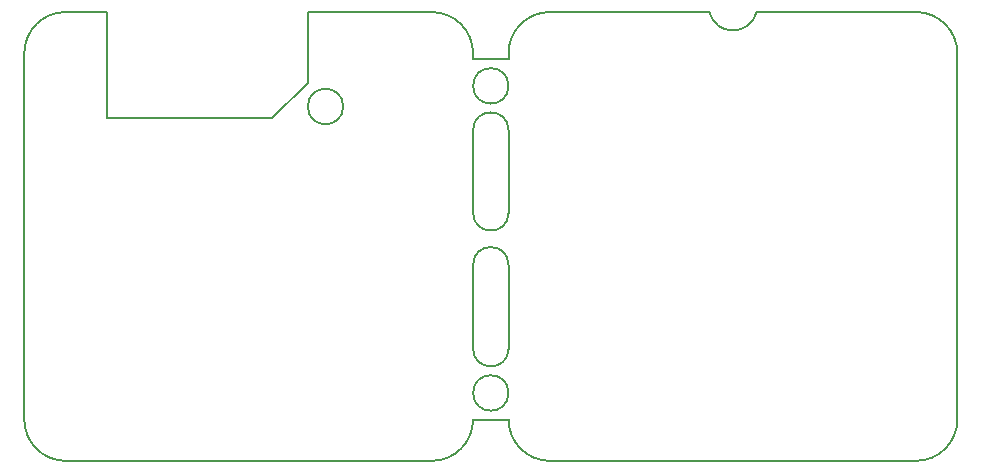
<source format=gbr>
%TF.GenerationSoftware,KiCad,Pcbnew,(5.1.8-0-10_14)*%
%TF.CreationDate,2021-02-10T22:24:43+01:00*%
%TF.ProjectId,ethersweep,65746865-7273-4776-9565-702e6b696361,rev?*%
%TF.SameCoordinates,Original*%
%TF.FileFunction,Profile,NP*%
%FSLAX46Y46*%
G04 Gerber Fmt 4.6, Leading zero omitted, Abs format (unit mm)*
G04 Created by KiCad (PCBNEW (5.1.8-0-10_14)) date 2021-02-10 22:24:43*
%MOMM*%
%LPD*%
G01*
G04 APERTURE LIST*
%TA.AperFunction,Profile*%
%ADD10C,0.150000*%
%TD*%
G04 APERTURE END LIST*
D10*
X163500000Y-98000000D02*
G75*
G02*
X160500000Y-98000000I-1500000J0D01*
G01*
X160500000Y-91000000D02*
G75*
G02*
X163500000Y-91000000I1500000J0D01*
G01*
X163500000Y-98000000D02*
X163500000Y-91000000D01*
X160500000Y-91000000D02*
X160500000Y-98000000D01*
X160500000Y-102400000D02*
G75*
G02*
X163500000Y-102400000I1500000J0D01*
G01*
X160500000Y-102400000D02*
X160500000Y-109500000D01*
X163500000Y-109500000D02*
X163500000Y-102400000D01*
X163500000Y-109500000D02*
G75*
G02*
X160500000Y-109500000I-1500000J0D01*
G01*
X163500000Y-87250000D02*
G75*
G03*
X163500000Y-87250000I-1500000J0D01*
G01*
X163500000Y-113250000D02*
G75*
G03*
X163500000Y-113250000I-1500000J0D01*
G01*
X160500000Y-84500000D02*
X160500000Y-85000000D01*
X163500000Y-84500000D02*
X163500000Y-85000000D01*
X160500000Y-115500000D02*
X163500000Y-115500000D01*
X163500000Y-85000000D02*
X160500000Y-85000000D01*
X149500000Y-89000000D02*
G75*
G03*
X149500000Y-89000000I-1500000J0D01*
G01*
X129500000Y-90000000D02*
X129500000Y-81000000D01*
X126000000Y-81000000D02*
X129500000Y-81000000D01*
X126000000Y-81000000D02*
G75*
G03*
X122500000Y-84500000I0J-3500000D01*
G01*
X146500000Y-81000000D02*
X157000000Y-81000000D01*
X143500000Y-90000000D02*
X129500000Y-90000000D01*
X146500000Y-87000000D02*
X143500000Y-90000000D01*
X146500000Y-81000000D02*
X146500000Y-87000000D01*
X180500000Y-81000000D02*
X167000000Y-81000000D01*
X184500000Y-81000000D02*
X198000000Y-81000000D01*
X184500000Y-81000000D02*
G75*
G02*
X180500000Y-81000000I-2000000J500000D01*
G01*
X163500000Y-84500000D02*
G75*
G02*
X167000000Y-81000000I3500000J0D01*
G01*
X201500000Y-115500000D02*
G75*
G02*
X198000000Y-119000000I-3500000J0D01*
G01*
X167000000Y-119000000D02*
G75*
G02*
X163500000Y-115500000I0J3500000D01*
G01*
X167000000Y-119000000D02*
X198000000Y-119000000D01*
X198000000Y-81000000D02*
G75*
G02*
X201500000Y-84500000I0J-3500000D01*
G01*
X201500000Y-115500000D02*
X201500000Y-84500000D01*
X122500000Y-115500000D02*
X122500000Y-84500000D01*
X160500000Y-84500000D02*
G75*
G03*
X157000000Y-81000000I-3500000J0D01*
G01*
X157000000Y-119000000D02*
G75*
G03*
X160500000Y-115500000I0J3500000D01*
G01*
X122500000Y-115500000D02*
G75*
G03*
X126000000Y-119000000I3500000J0D01*
G01*
X157000000Y-119000000D02*
X126000000Y-119000000D01*
M02*

</source>
